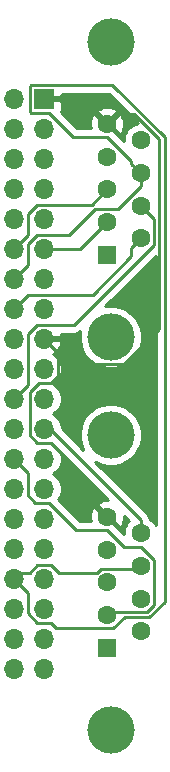
<source format=gbr>
G04 #@! TF.GenerationSoftware,KiCad,Pcbnew,(5.1.5)-3*
G04 #@! TF.CreationDate,2020-11-07T17:13:46+10:00*
G04 #@! TF.ProjectId,RaspberryPiGPIO-DualSegaController,52617370-6265-4727-9279-50694750494f,rev?*
G04 #@! TF.SameCoordinates,Original*
G04 #@! TF.FileFunction,Copper,L1,Top*
G04 #@! TF.FilePolarity,Positive*
%FSLAX46Y46*%
G04 Gerber Fmt 4.6, Leading zero omitted, Abs format (unit mm)*
G04 Created by KiCad (PCBNEW (5.1.5)-3) date 2020-11-07 17:13:46*
%MOMM*%
%LPD*%
G04 APERTURE LIST*
%ADD10R,1.600000X1.600000*%
%ADD11C,1.600000*%
%ADD12C,4.000000*%
%ADD13O,1.700000X1.700000*%
%ADD14R,1.700000X1.700000*%
%ADD15C,0.250000*%
%ADD16C,0.254000*%
G04 APERTURE END LIST*
D10*
X114554000Y-80264000D03*
D11*
X114554000Y-77494000D03*
X114554000Y-74724000D03*
X114554000Y-71954000D03*
X114554000Y-69184000D03*
X117394000Y-78879000D03*
X117394000Y-76109000D03*
X117394000Y-73339000D03*
X117394000Y-70569000D03*
D12*
X114854000Y-87224000D03*
X114854000Y-62224000D03*
X114854000Y-95498000D03*
X114854000Y-120498000D03*
D11*
X117394000Y-103843000D03*
X117394000Y-106613000D03*
X117394000Y-109383000D03*
X117394000Y-112153000D03*
X114554000Y-102458000D03*
X114554000Y-105228000D03*
X114554000Y-107998000D03*
X114554000Y-110768000D03*
D10*
X114554000Y-113538000D03*
D13*
X106680000Y-115316000D03*
X109220000Y-115316000D03*
X106680000Y-112776000D03*
X109220000Y-112776000D03*
X106680000Y-110236000D03*
X109220000Y-110236000D03*
X106680000Y-107696000D03*
X109220000Y-107696000D03*
X106680000Y-105156000D03*
X109220000Y-105156000D03*
X106680000Y-102616000D03*
X109220000Y-102616000D03*
X106680000Y-100076000D03*
X109220000Y-100076000D03*
X106680000Y-97536000D03*
X109220000Y-97536000D03*
X106680000Y-94996000D03*
X109220000Y-94996000D03*
X106680000Y-92456000D03*
X109220000Y-92456000D03*
X106680000Y-89916000D03*
X109220000Y-89916000D03*
X106680000Y-87376000D03*
X109220000Y-87376000D03*
X106680000Y-84836000D03*
X109220000Y-84836000D03*
X106680000Y-82296000D03*
X109220000Y-82296000D03*
X106680000Y-79756000D03*
X109220000Y-79756000D03*
X106680000Y-77216000D03*
X109220000Y-77216000D03*
X106680000Y-74676000D03*
X109220000Y-74676000D03*
X106680000Y-72136000D03*
X109220000Y-72136000D03*
X106680000Y-69596000D03*
X109220000Y-69596000D03*
X106680000Y-67056000D03*
D14*
X109220000Y-67056000D03*
D15*
X107855001Y-81120999D02*
X106680000Y-82296000D01*
X107855001Y-79381997D02*
X107855001Y-81120999D01*
X108655999Y-78580999D02*
X107855001Y-79381997D01*
X111333411Y-78580999D02*
X108655999Y-78580999D01*
X113545411Y-76368999D02*
X111333411Y-78580999D01*
X115495371Y-76368999D02*
X113545411Y-76368999D01*
X117394000Y-74470370D02*
X115495371Y-76368999D01*
X117394000Y-73339000D02*
X117394000Y-74470370D01*
X107988998Y-107188000D02*
X107188000Y-107188000D01*
X107188000Y-107188000D02*
X106680000Y-107696000D01*
X109784001Y-106520999D02*
X108655999Y-106520999D01*
X117134001Y-106872999D02*
X114013999Y-106872999D01*
X114013999Y-106872999D02*
X113698998Y-107188000D01*
X108655999Y-106520999D02*
X107988998Y-107188000D01*
X117394000Y-106613000D02*
X117134001Y-106872999D01*
X113698998Y-107188000D02*
X110451002Y-107188000D01*
X110451002Y-107188000D02*
X109784001Y-106520999D01*
X107529999Y-108545999D02*
X106680000Y-107696000D01*
X110266001Y-111893001D02*
X109784001Y-111411001D01*
X107855001Y-110610003D02*
X107855001Y-108871001D01*
X115094001Y-111893001D02*
X110266001Y-111893001D01*
X118120401Y-110958011D02*
X116028991Y-110958011D01*
X119419021Y-109659391D02*
X118120401Y-110958011D01*
X119419021Y-70292609D02*
X119419021Y-109659391D01*
X115007411Y-65880999D02*
X119419021Y-70292609D01*
X108109999Y-65880999D02*
X115007411Y-65880999D01*
X108044999Y-65945999D02*
X108109999Y-65880999D01*
X116028991Y-110958011D02*
X115094001Y-111893001D01*
X108044999Y-68166001D02*
X108044999Y-65945999D01*
X108109999Y-68231001D02*
X108044999Y-68166001D01*
X107855001Y-108871001D02*
X107529999Y-108545999D01*
X109594003Y-68231001D02*
X108109999Y-68231001D01*
X111672003Y-70309001D02*
X109594003Y-68231001D01*
X114574003Y-70309001D02*
X111672003Y-70309001D01*
X108655999Y-111411001D02*
X107855001Y-110610003D01*
X116594001Y-72328999D02*
X114574003Y-70309001D01*
X116594001Y-72539001D02*
X116594001Y-72328999D01*
X109784001Y-111411001D02*
X108655999Y-111411001D01*
X117394000Y-73339000D02*
X116594001Y-72539001D01*
X107855001Y-98711001D02*
X106680000Y-97536000D01*
X107855001Y-100640001D02*
X107855001Y-98711001D01*
X108466001Y-101251001D02*
X107855001Y-100640001D01*
X109594003Y-101251001D02*
X108466001Y-101251001D01*
X111926003Y-103583001D02*
X109594003Y-101251001D01*
X115959003Y-104968001D02*
X114574003Y-103583001D01*
X118519001Y-106072999D02*
X117414003Y-104968001D01*
X118519001Y-109923001D02*
X118519001Y-106072999D01*
X117414003Y-104968001D02*
X115959003Y-104968001D01*
X117934001Y-110508001D02*
X118519001Y-109923001D01*
X114574003Y-103583001D02*
X111926003Y-103583001D01*
X114813999Y-110508001D02*
X117934001Y-110508001D01*
X114554000Y-110768000D02*
X114813999Y-110508001D01*
X109678370Y-94996000D02*
X109220000Y-94996000D01*
X117394000Y-102711630D02*
X109678370Y-94996000D01*
X117394000Y-103843000D02*
X117394000Y-102711630D01*
X107855001Y-91280999D02*
X106680000Y-92456000D01*
X107855001Y-87001997D02*
X107855001Y-91280999D01*
X111737003Y-86200999D02*
X108655999Y-86200999D01*
X118519001Y-79419001D02*
X111737003Y-86200999D01*
X108655999Y-86200999D02*
X107855001Y-87001997D01*
X118519001Y-77234001D02*
X118519001Y-79419001D01*
X117394000Y-76109000D02*
X118519001Y-77234001D01*
X112426000Y-67056000D02*
X109220000Y-67056000D01*
X114554000Y-69184000D02*
X112426000Y-67056000D01*
X110395001Y-90480001D02*
X110395001Y-88551001D01*
X109784001Y-91091001D02*
X110395001Y-90480001D01*
X108806999Y-91091001D02*
X109784001Y-91091001D01*
X108044999Y-91853001D02*
X108806999Y-91091001D01*
X108655999Y-96171001D02*
X108044999Y-95560001D01*
X109784001Y-96171001D02*
X108655999Y-96171001D01*
X108044999Y-95560001D02*
X108044999Y-91853001D01*
X113754001Y-100141001D02*
X109784001Y-96171001D01*
X113754001Y-101658001D02*
X113754001Y-100141001D01*
X114554000Y-102458000D02*
X113754001Y-101658001D01*
X111393001Y-89549001D02*
X110236000Y-88392000D01*
X115970001Y-89549001D02*
X111393001Y-89549001D01*
X118969011Y-86549991D02*
X115970001Y-89549001D01*
X118969011Y-70479009D02*
X118969011Y-86549991D01*
X114554000Y-69184000D02*
X115353999Y-68384001D01*
X116874003Y-68384001D02*
X118969011Y-70479009D01*
X110236000Y-88392000D02*
X109220000Y-87376000D01*
X115353999Y-68384001D02*
X116874003Y-68384001D01*
X110395001Y-88551001D02*
X110236000Y-88392000D01*
X107855001Y-83660999D02*
X106680000Y-84836000D01*
X113342003Y-83660999D02*
X107855001Y-83660999D01*
X116594001Y-80409001D02*
X113342003Y-83660999D01*
X116594001Y-79678999D02*
X116594001Y-80409001D01*
X117394000Y-78879000D02*
X116594001Y-79678999D01*
X107855001Y-78580999D02*
X106680000Y-79756000D01*
X107855001Y-76802999D02*
X107855001Y-78580999D01*
X113237001Y-76040999D02*
X108617001Y-76040999D01*
X108617001Y-76040999D02*
X107855001Y-76802999D01*
X114554000Y-74724000D02*
X113237001Y-76040999D01*
X112292000Y-79756000D02*
X109220000Y-79756000D01*
X114554000Y-77494000D02*
X112292000Y-79756000D01*
D16*
G36*
X114632707Y-101025139D02*
G01*
X114483488Y-101017783D01*
X114203870Y-101059213D01*
X113937708Y-101154397D01*
X113812486Y-101221329D01*
X113740903Y-101465298D01*
X114554000Y-102278395D01*
X114568143Y-102264253D01*
X114747748Y-102443858D01*
X114733605Y-102458000D01*
X115546702Y-103271097D01*
X115790671Y-103199514D01*
X115911571Y-102944004D01*
X115980300Y-102669816D01*
X115994217Y-102387488D01*
X115994071Y-102386503D01*
X116407586Y-102800018D01*
X116279363Y-102928241D01*
X116122320Y-103163273D01*
X116014147Y-103424426D01*
X115959000Y-103701665D01*
X115959000Y-103893196D01*
X115137807Y-103072004D01*
X115114004Y-103043000D01*
X114998279Y-102948027D01*
X114866250Y-102877455D01*
X114762325Y-102845930D01*
X114554000Y-102637605D01*
X114539858Y-102651748D01*
X114360253Y-102472143D01*
X114374395Y-102458000D01*
X113561298Y-101644903D01*
X113317329Y-101716486D01*
X113196429Y-101971996D01*
X113127700Y-102246184D01*
X113113783Y-102528512D01*
X113155213Y-102808130D01*
X113160531Y-102823001D01*
X112240805Y-102823001D01*
X110400295Y-100982492D01*
X110535990Y-100779411D01*
X110647932Y-100509158D01*
X110705000Y-100222260D01*
X110705000Y-99929740D01*
X110647932Y-99642842D01*
X110535990Y-99372589D01*
X110373475Y-99129368D01*
X110166632Y-98922525D01*
X109992240Y-98806000D01*
X110166632Y-98689475D01*
X110373475Y-98482632D01*
X110535990Y-98239411D01*
X110647932Y-97969158D01*
X110705000Y-97682260D01*
X110705000Y-97389740D01*
X110647932Y-97102842D01*
X110603753Y-96996184D01*
X114632707Y-101025139D01*
G37*
X114632707Y-101025139D02*
X114483488Y-101017783D01*
X114203870Y-101059213D01*
X113937708Y-101154397D01*
X113812486Y-101221329D01*
X113740903Y-101465298D01*
X114554000Y-102278395D01*
X114568143Y-102264253D01*
X114747748Y-102443858D01*
X114733605Y-102458000D01*
X115546702Y-103271097D01*
X115790671Y-103199514D01*
X115911571Y-102944004D01*
X115980300Y-102669816D01*
X115994217Y-102387488D01*
X115994071Y-102386503D01*
X116407586Y-102800018D01*
X116279363Y-102928241D01*
X116122320Y-103163273D01*
X116014147Y-103424426D01*
X115959000Y-103701665D01*
X115959000Y-103893196D01*
X115137807Y-103072004D01*
X115114004Y-103043000D01*
X114998279Y-102948027D01*
X114866250Y-102877455D01*
X114762325Y-102845930D01*
X114554000Y-102637605D01*
X114539858Y-102651748D01*
X114360253Y-102472143D01*
X114374395Y-102458000D01*
X113561298Y-101644903D01*
X113317329Y-101716486D01*
X113196429Y-101971996D01*
X113127700Y-102246184D01*
X113113783Y-102528512D01*
X113155213Y-102808130D01*
X113160531Y-102823001D01*
X112240805Y-102823001D01*
X110400295Y-100982492D01*
X110535990Y-100779411D01*
X110647932Y-100509158D01*
X110705000Y-100222260D01*
X110705000Y-99929740D01*
X110647932Y-99642842D01*
X110535990Y-99372589D01*
X110373475Y-99129368D01*
X110166632Y-98922525D01*
X109992240Y-98806000D01*
X110166632Y-98689475D01*
X110373475Y-98482632D01*
X110535990Y-98239411D01*
X110647932Y-97969158D01*
X110705000Y-97682260D01*
X110705000Y-97389740D01*
X110647932Y-97102842D01*
X110603753Y-96996184D01*
X114632707Y-101025139D01*
G36*
X118659022Y-103153308D02*
G01*
X118508637Y-102928241D01*
X118308759Y-102728363D01*
X118148798Y-102621481D01*
X118143003Y-102562644D01*
X118099546Y-102419383D01*
X118028974Y-102287354D01*
X117957799Y-102200627D01*
X117934001Y-102171629D01*
X117905003Y-102147831D01*
X113558904Y-97801733D01*
X113605859Y-97833107D01*
X114085399Y-98031739D01*
X114594475Y-98133000D01*
X115113525Y-98133000D01*
X115622601Y-98031739D01*
X116102141Y-97833107D01*
X116533715Y-97544738D01*
X116900738Y-97177715D01*
X117189107Y-96746141D01*
X117387739Y-96266601D01*
X117489000Y-95757525D01*
X117489000Y-95238475D01*
X117387739Y-94729399D01*
X117189107Y-94249859D01*
X116900738Y-93818285D01*
X116533715Y-93451262D01*
X116102141Y-93162893D01*
X115622601Y-92964261D01*
X115113525Y-92863000D01*
X114594475Y-92863000D01*
X114085399Y-92964261D01*
X113605859Y-93162893D01*
X113174285Y-93451262D01*
X112807262Y-93818285D01*
X112518893Y-94249859D01*
X112320261Y-94729399D01*
X112219000Y-95238475D01*
X112219000Y-95757525D01*
X112320261Y-96266601D01*
X112518893Y-96746141D01*
X112550268Y-96793096D01*
X110705000Y-94947829D01*
X110705000Y-94849740D01*
X110647932Y-94562842D01*
X110535990Y-94292589D01*
X110373475Y-94049368D01*
X110166632Y-93842525D01*
X109992240Y-93726000D01*
X110166632Y-93609475D01*
X110373475Y-93402632D01*
X110535990Y-93159411D01*
X110647932Y-92889158D01*
X110705000Y-92602260D01*
X110705000Y-92309740D01*
X110647932Y-92022842D01*
X110535990Y-91752589D01*
X110373475Y-91509368D01*
X110166632Y-91302525D01*
X109992240Y-91186000D01*
X110166632Y-91069475D01*
X110373475Y-90862632D01*
X110535990Y-90619411D01*
X110647932Y-90349158D01*
X110705000Y-90062260D01*
X110705000Y-89769740D01*
X110647932Y-89482842D01*
X110535990Y-89212589D01*
X110373475Y-88969368D01*
X110166632Y-88762525D01*
X109984466Y-88640805D01*
X110101355Y-88571178D01*
X110317588Y-88376269D01*
X110491641Y-88142920D01*
X110616825Y-87880099D01*
X110661476Y-87732890D01*
X110540155Y-87503000D01*
X109347000Y-87503000D01*
X109347000Y-87523000D01*
X109093000Y-87523000D01*
X109093000Y-87503000D01*
X109073000Y-87503000D01*
X109073000Y-87249000D01*
X109093000Y-87249000D01*
X109093000Y-87229000D01*
X109347000Y-87229000D01*
X109347000Y-87249000D01*
X110540155Y-87249000D01*
X110661476Y-87019110D01*
X110643850Y-86960999D01*
X111699681Y-86960999D01*
X111737003Y-86964675D01*
X111774325Y-86960999D01*
X111774336Y-86960999D01*
X111885989Y-86950002D01*
X112029250Y-86906545D01*
X112161279Y-86835973D01*
X112260808Y-86754292D01*
X112219000Y-86964475D01*
X112219000Y-87483525D01*
X112320261Y-87992601D01*
X112518893Y-88472141D01*
X112807262Y-88903715D01*
X113174285Y-89270738D01*
X113605859Y-89559107D01*
X114085399Y-89757739D01*
X114594475Y-89859000D01*
X115113525Y-89859000D01*
X115622601Y-89757739D01*
X116102141Y-89559107D01*
X116533715Y-89270738D01*
X116900738Y-88903715D01*
X117189107Y-88472141D01*
X117387739Y-87992601D01*
X117489000Y-87483525D01*
X117489000Y-86964475D01*
X117387739Y-86455399D01*
X117189107Y-85975859D01*
X116900738Y-85544285D01*
X116533715Y-85177262D01*
X116102141Y-84888893D01*
X115622601Y-84690261D01*
X115113525Y-84589000D01*
X114594475Y-84589000D01*
X114381425Y-84631378D01*
X118659021Y-80353783D01*
X118659022Y-103153308D01*
G37*
X118659022Y-103153308D02*
X118508637Y-102928241D01*
X118308759Y-102728363D01*
X118148798Y-102621481D01*
X118143003Y-102562644D01*
X118099546Y-102419383D01*
X118028974Y-102287354D01*
X117957799Y-102200627D01*
X117934001Y-102171629D01*
X117905003Y-102147831D01*
X113558904Y-97801733D01*
X113605859Y-97833107D01*
X114085399Y-98031739D01*
X114594475Y-98133000D01*
X115113525Y-98133000D01*
X115622601Y-98031739D01*
X116102141Y-97833107D01*
X116533715Y-97544738D01*
X116900738Y-97177715D01*
X117189107Y-96746141D01*
X117387739Y-96266601D01*
X117489000Y-95757525D01*
X117489000Y-95238475D01*
X117387739Y-94729399D01*
X117189107Y-94249859D01*
X116900738Y-93818285D01*
X116533715Y-93451262D01*
X116102141Y-93162893D01*
X115622601Y-92964261D01*
X115113525Y-92863000D01*
X114594475Y-92863000D01*
X114085399Y-92964261D01*
X113605859Y-93162893D01*
X113174285Y-93451262D01*
X112807262Y-93818285D01*
X112518893Y-94249859D01*
X112320261Y-94729399D01*
X112219000Y-95238475D01*
X112219000Y-95757525D01*
X112320261Y-96266601D01*
X112518893Y-96746141D01*
X112550268Y-96793096D01*
X110705000Y-94947829D01*
X110705000Y-94849740D01*
X110647932Y-94562842D01*
X110535990Y-94292589D01*
X110373475Y-94049368D01*
X110166632Y-93842525D01*
X109992240Y-93726000D01*
X110166632Y-93609475D01*
X110373475Y-93402632D01*
X110535990Y-93159411D01*
X110647932Y-92889158D01*
X110705000Y-92602260D01*
X110705000Y-92309740D01*
X110647932Y-92022842D01*
X110535990Y-91752589D01*
X110373475Y-91509368D01*
X110166632Y-91302525D01*
X109992240Y-91186000D01*
X110166632Y-91069475D01*
X110373475Y-90862632D01*
X110535990Y-90619411D01*
X110647932Y-90349158D01*
X110705000Y-90062260D01*
X110705000Y-89769740D01*
X110647932Y-89482842D01*
X110535990Y-89212589D01*
X110373475Y-88969368D01*
X110166632Y-88762525D01*
X109984466Y-88640805D01*
X110101355Y-88571178D01*
X110317588Y-88376269D01*
X110491641Y-88142920D01*
X110616825Y-87880099D01*
X110661476Y-87732890D01*
X110540155Y-87503000D01*
X109347000Y-87503000D01*
X109347000Y-87523000D01*
X109093000Y-87523000D01*
X109093000Y-87503000D01*
X109073000Y-87503000D01*
X109073000Y-87249000D01*
X109093000Y-87249000D01*
X109093000Y-87229000D01*
X109347000Y-87229000D01*
X109347000Y-87249000D01*
X110540155Y-87249000D01*
X110661476Y-87019110D01*
X110643850Y-86960999D01*
X111699681Y-86960999D01*
X111737003Y-86964675D01*
X111774325Y-86960999D01*
X111774336Y-86960999D01*
X111885989Y-86950002D01*
X112029250Y-86906545D01*
X112161279Y-86835973D01*
X112260808Y-86754292D01*
X112219000Y-86964475D01*
X112219000Y-87483525D01*
X112320261Y-87992601D01*
X112518893Y-88472141D01*
X112807262Y-88903715D01*
X113174285Y-89270738D01*
X113605859Y-89559107D01*
X114085399Y-89757739D01*
X114594475Y-89859000D01*
X115113525Y-89859000D01*
X115622601Y-89757739D01*
X116102141Y-89559107D01*
X116533715Y-89270738D01*
X116900738Y-88903715D01*
X117189107Y-88472141D01*
X117387739Y-87992601D01*
X117489000Y-87483525D01*
X117489000Y-86964475D01*
X117387739Y-86455399D01*
X117189107Y-85975859D01*
X116900738Y-85544285D01*
X116533715Y-85177262D01*
X116102141Y-84888893D01*
X115622601Y-84690261D01*
X115113525Y-84589000D01*
X114594475Y-84589000D01*
X114381425Y-84631378D01*
X118659021Y-80353783D01*
X118659022Y-103153308D01*
G36*
X117196736Y-69145125D02*
G01*
X116975426Y-69189147D01*
X116714273Y-69297320D01*
X116479241Y-69454363D01*
X116279363Y-69654241D01*
X116122320Y-69889273D01*
X116014147Y-70150426D01*
X115959000Y-70427665D01*
X115959000Y-70619197D01*
X115137807Y-69798004D01*
X115114004Y-69769000D01*
X114998279Y-69674027D01*
X114866250Y-69603455D01*
X114762325Y-69571930D01*
X114554000Y-69363605D01*
X114539858Y-69377748D01*
X114360253Y-69198143D01*
X114374395Y-69184000D01*
X114733605Y-69184000D01*
X115546702Y-69997097D01*
X115790671Y-69925514D01*
X115911571Y-69670004D01*
X115980300Y-69395816D01*
X115994217Y-69113488D01*
X115952787Y-68833870D01*
X115857603Y-68567708D01*
X115790671Y-68442486D01*
X115546702Y-68370903D01*
X114733605Y-69184000D01*
X114374395Y-69184000D01*
X113561298Y-68370903D01*
X113317329Y-68442486D01*
X113196429Y-68697996D01*
X113127700Y-68972184D01*
X113113783Y-69254512D01*
X113155213Y-69534130D01*
X113160531Y-69549001D01*
X111986805Y-69549001D01*
X110634590Y-68196787D01*
X110637523Y-68191298D01*
X113740903Y-68191298D01*
X114554000Y-69004395D01*
X115367097Y-68191298D01*
X115295514Y-67947329D01*
X115040004Y-67826429D01*
X114765816Y-67757700D01*
X114483488Y-67743783D01*
X114203870Y-67785213D01*
X113937708Y-67880397D01*
X113812486Y-67947329D01*
X113740903Y-68191298D01*
X110637523Y-68191298D01*
X110659502Y-68150180D01*
X110695812Y-68030482D01*
X110708072Y-67906000D01*
X110705000Y-67341750D01*
X110546250Y-67183000D01*
X109347000Y-67183000D01*
X109347000Y-67203000D01*
X109093000Y-67203000D01*
X109093000Y-67183000D01*
X109073000Y-67183000D01*
X109073000Y-66929000D01*
X109093000Y-66929000D01*
X109093000Y-66909000D01*
X109347000Y-66909000D01*
X109347000Y-66929000D01*
X110546250Y-66929000D01*
X110705000Y-66770250D01*
X110705704Y-66640999D01*
X114692610Y-66640999D01*
X117196736Y-69145125D01*
G37*
X117196736Y-69145125D02*
X116975426Y-69189147D01*
X116714273Y-69297320D01*
X116479241Y-69454363D01*
X116279363Y-69654241D01*
X116122320Y-69889273D01*
X116014147Y-70150426D01*
X115959000Y-70427665D01*
X115959000Y-70619197D01*
X115137807Y-69798004D01*
X115114004Y-69769000D01*
X114998279Y-69674027D01*
X114866250Y-69603455D01*
X114762325Y-69571930D01*
X114554000Y-69363605D01*
X114539858Y-69377748D01*
X114360253Y-69198143D01*
X114374395Y-69184000D01*
X114733605Y-69184000D01*
X115546702Y-69997097D01*
X115790671Y-69925514D01*
X115911571Y-69670004D01*
X115980300Y-69395816D01*
X115994217Y-69113488D01*
X115952787Y-68833870D01*
X115857603Y-68567708D01*
X115790671Y-68442486D01*
X115546702Y-68370903D01*
X114733605Y-69184000D01*
X114374395Y-69184000D01*
X113561298Y-68370903D01*
X113317329Y-68442486D01*
X113196429Y-68697996D01*
X113127700Y-68972184D01*
X113113783Y-69254512D01*
X113155213Y-69534130D01*
X113160531Y-69549001D01*
X111986805Y-69549001D01*
X110634590Y-68196787D01*
X110637523Y-68191298D01*
X113740903Y-68191298D01*
X114554000Y-69004395D01*
X115367097Y-68191298D01*
X115295514Y-67947329D01*
X115040004Y-67826429D01*
X114765816Y-67757700D01*
X114483488Y-67743783D01*
X114203870Y-67785213D01*
X113937708Y-67880397D01*
X113812486Y-67947329D01*
X113740903Y-68191298D01*
X110637523Y-68191298D01*
X110659502Y-68150180D01*
X110695812Y-68030482D01*
X110708072Y-67906000D01*
X110705000Y-67341750D01*
X110546250Y-67183000D01*
X109347000Y-67183000D01*
X109347000Y-67203000D01*
X109093000Y-67203000D01*
X109093000Y-67183000D01*
X109073000Y-67183000D01*
X109073000Y-66929000D01*
X109093000Y-66929000D01*
X109093000Y-66909000D01*
X109347000Y-66909000D01*
X109347000Y-66929000D01*
X110546250Y-66929000D01*
X110705000Y-66770250D01*
X110705704Y-66640999D01*
X114692610Y-66640999D01*
X117196736Y-69145125D01*
M02*

</source>
